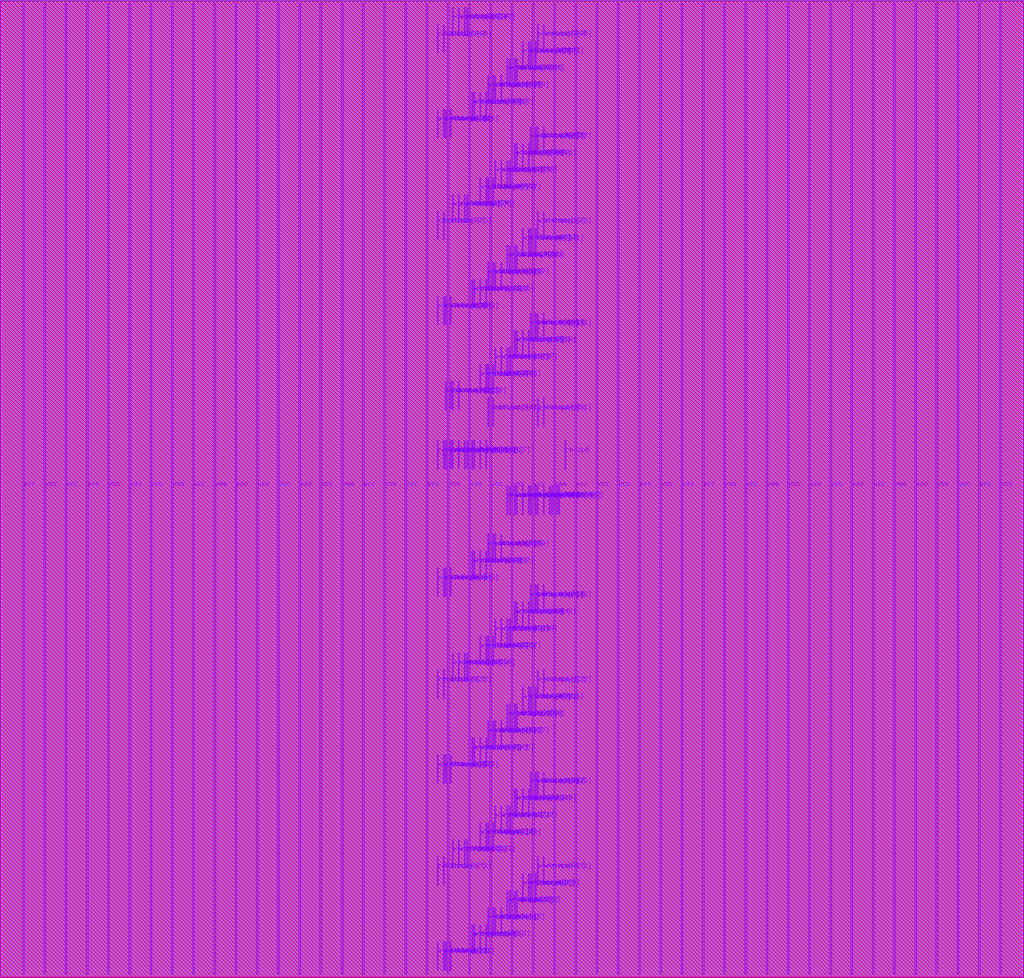
<source format=lef>
VERSION 5.8 ;
BUSBITCHARS "[]" ;
DIVIDERCHAR "/" ;

UNITS
  DATABASE MICRONS 4000 ;
END UNITS

MANUFACTURINGGRID 0.0005 ;

MACRO arf096b256e1r1w0cbbeheaa4acw
  CLASS BLOCK ;
  ORIGIN 0 0 ;
  FOREIGN arf096b256e1r1w0cbbeheaa4acw 0 0 ;
  SIZE 43.2 BY 41.28 ;
  PIN ckrdp0
    DIRECTION INPUT ;
    USE SIGNAL ;
    PORT
      LAYER m7 ;
        RECT 23.828 21.48 23.872 22.68 ;
    END
  END ckrdp0
  PIN ckwrp0
    DIRECTION INPUT ;
    USE SIGNAL ;
    PORT
      LAYER m7 ;
        RECT 21.384 19.56 21.428 20.76 ;
    END
  END ckwrp0
  PIN rdaddrp0[0]
    DIRECTION INPUT ;
    USE SIGNAL ;
    PORT
      LAYER m7 ;
        RECT 19.072 21.48 19.116 22.68 ;
    END
  END rdaddrp0[0]
  PIN rdaddrp0[1]
    DIRECTION INPUT ;
    USE SIGNAL ;
    PORT
      LAYER m7 ;
        RECT 19.328 21.48 19.372 22.68 ;
    END
  END rdaddrp0[1]
  PIN rdaddrp0[2]
    DIRECTION INPUT ;
    USE SIGNAL ;
    PORT
      LAYER m7 ;
        RECT 19.584 21.48 19.628 22.68 ;
    END
  END rdaddrp0[2]
  PIN rdaddrp0[3]
    DIRECTION INPUT ;
    USE SIGNAL ;
    PORT
      LAYER m7 ;
        RECT 19.672 21.48 19.716 22.68 ;
    END
  END rdaddrp0[3]
  PIN rdaddrp0[4]
    DIRECTION INPUT ;
    USE SIGNAL ;
    PORT
      LAYER m7 ;
        RECT 19.884 21.48 19.928 22.68 ;
    END
  END rdaddrp0[4]
  PIN rdaddrp0[5]
    DIRECTION INPUT ;
    USE SIGNAL ;
    PORT
      LAYER m7 ;
        RECT 19.972 21.48 20.016 22.68 ;
    END
  END rdaddrp0[5]
  PIN rdaddrp0[6]
    DIRECTION INPUT ;
    USE SIGNAL ;
    PORT
      LAYER m7 ;
        RECT 20.228 21.48 20.272 22.68 ;
    END
  END rdaddrp0[6]
  PIN rdaddrp0[7]
    DIRECTION INPUT ;
    USE SIGNAL ;
    PORT
      LAYER m7 ;
        RECT 20.484 21.48 20.528 22.68 ;
    END
  END rdaddrp0[7]
  PIN rdaddrp0_fd
    DIRECTION INPUT ;
    USE SIGNAL ;
    PORT
      LAYER m7 ;
        RECT 18.428 21.48 18.472 22.68 ;
    END
  END rdaddrp0_fd
  PIN rdaddrp0_rd
    DIRECTION INPUT ;
    USE SIGNAL ;
    PORT
      LAYER m7 ;
        RECT 18.684 21.48 18.728 22.68 ;
    END
  END rdaddrp0_rd
  PIN rddatap0[0]
    DIRECTION OUTPUT ;
    USE SIGNAL ;
    PORT
      LAYER m7 ;
        RECT 18.772 0.24 18.816 1.44 ;
    END
  END rddatap0[0]
  PIN rddatap0[10]
    DIRECTION OUTPUT ;
    USE SIGNAL ;
    PORT
      LAYER m7 ;
        RECT 18.428 3.84 18.472 5.04 ;
    END
  END rddatap0[10]
  PIN rddatap0[11]
    DIRECTION OUTPUT ;
    USE SIGNAL ;
    PORT
      LAYER m7 ;
        RECT 18.684 3.84 18.728 5.04 ;
    END
  END rddatap0[11]
  PIN rddatap0[12]
    DIRECTION OUTPUT ;
    USE SIGNAL ;
    PORT
      LAYER m7 ;
        RECT 19.584 4.56 19.628 5.76 ;
    END
  END rddatap0[12]
  PIN rddatap0[13]
    DIRECTION OUTPUT ;
    USE SIGNAL ;
    PORT
      LAYER m7 ;
        RECT 19.672 4.56 19.716 5.76 ;
    END
  END rddatap0[13]
  PIN rddatap0[14]
    DIRECTION OUTPUT ;
    USE SIGNAL ;
    PORT
      LAYER m7 ;
        RECT 20.572 5.28 20.616 6.48 ;
    END
  END rddatap0[14]
  PIN rddatap0[15]
    DIRECTION OUTPUT ;
    USE SIGNAL ;
    PORT
      LAYER m7 ;
        RECT 20.784 5.28 20.828 6.48 ;
    END
  END rddatap0[15]
  PIN rddatap0[16]
    DIRECTION OUTPUT ;
    USE SIGNAL ;
    PORT
      LAYER m7 ;
        RECT 21.384 6 21.428 7.2 ;
    END
  END rddatap0[16]
  PIN rddatap0[17]
    DIRECTION OUTPUT ;
    USE SIGNAL ;
    PORT
      LAYER m7 ;
        RECT 21.472 6 21.516 7.2 ;
    END
  END rddatap0[17]
  PIN rddatap0[18]
    DIRECTION OUTPUT ;
    USE SIGNAL ;
    PORT
      LAYER m7 ;
        RECT 22.028 6.72 22.072 7.92 ;
    END
  END rddatap0[18]
  PIN rddatap0[19]
    DIRECTION OUTPUT ;
    USE SIGNAL ;
    PORT
      LAYER m7 ;
        RECT 22.284 6.72 22.328 7.92 ;
    END
  END rddatap0[19]
  PIN rddatap0[1]
    DIRECTION OUTPUT ;
    USE SIGNAL ;
    PORT
      LAYER m7 ;
        RECT 18.984 0.24 19.028 1.44 ;
    END
  END rddatap0[1]
  PIN rddatap0[20]
    DIRECTION OUTPUT ;
    USE SIGNAL ;
    PORT
      LAYER m7 ;
        RECT 22.672 7.44 22.716 8.64 ;
    END
  END rddatap0[20]
  PIN rddatap0[21]
    DIRECTION OUTPUT ;
    USE SIGNAL ;
    PORT
      LAYER m7 ;
        RECT 22.928 7.44 22.972 8.64 ;
    END
  END rddatap0[21]
  PIN rddatap0[22]
    DIRECTION OUTPUT ;
    USE SIGNAL ;
    PORT
      LAYER m7 ;
        RECT 18.772 8.16 18.816 9.36 ;
    END
  END rddatap0[22]
  PIN rddatap0[23]
    DIRECTION OUTPUT ;
    USE SIGNAL ;
    PORT
      LAYER m7 ;
        RECT 18.984 8.16 19.028 9.36 ;
    END
  END rddatap0[23]
  PIN rddatap0[24]
    DIRECTION OUTPUT ;
    USE SIGNAL ;
    PORT
      LAYER m7 ;
        RECT 20.228 8.88 20.272 10.08 ;
    END
  END rddatap0[24]
  PIN rddatap0[25]
    DIRECTION OUTPUT ;
    USE SIGNAL ;
    PORT
      LAYER m7 ;
        RECT 20.484 8.88 20.528 10.08 ;
    END
  END rddatap0[25]
  PIN rddatap0[26]
    DIRECTION OUTPUT ;
    USE SIGNAL ;
    PORT
      LAYER m7 ;
        RECT 20.872 9.6 20.916 10.8 ;
    END
  END rddatap0[26]
  PIN rddatap0[27]
    DIRECTION OUTPUT ;
    USE SIGNAL ;
    PORT
      LAYER m7 ;
        RECT 21.128 9.6 21.172 10.8 ;
    END
  END rddatap0[27]
  PIN rddatap0[28]
    DIRECTION OUTPUT ;
    USE SIGNAL ;
    PORT
      LAYER m7 ;
        RECT 21.684 10.32 21.728 11.52 ;
    END
  END rddatap0[28]
  PIN rddatap0[29]
    DIRECTION OUTPUT ;
    USE SIGNAL ;
    PORT
      LAYER m7 ;
        RECT 21.772 10.32 21.816 11.52 ;
    END
  END rddatap0[29]
  PIN rddatap0[2]
    DIRECTION OUTPUT ;
    USE SIGNAL ;
    PORT
      LAYER m7 ;
        RECT 20.228 0.96 20.272 2.16 ;
    END
  END rddatap0[2]
  PIN rddatap0[30]
    DIRECTION OUTPUT ;
    USE SIGNAL ;
    PORT
      LAYER m7 ;
        RECT 22.372 11.04 22.416 12.24 ;
    END
  END rddatap0[30]
  PIN rddatap0[31]
    DIRECTION OUTPUT ;
    USE SIGNAL ;
    PORT
      LAYER m7 ;
        RECT 22.584 11.04 22.628 12.24 ;
    END
  END rddatap0[31]
  PIN rddatap0[32]
    DIRECTION OUTPUT ;
    USE SIGNAL ;
    PORT
      LAYER m7 ;
        RECT 18.428 11.76 18.472 12.96 ;
    END
  END rddatap0[32]
  PIN rddatap0[33]
    DIRECTION OUTPUT ;
    USE SIGNAL ;
    PORT
      LAYER m7 ;
        RECT 18.684 11.76 18.728 12.96 ;
    END
  END rddatap0[33]
  PIN rddatap0[34]
    DIRECTION OUTPUT ;
    USE SIGNAL ;
    PORT
      LAYER m7 ;
        RECT 19.584 12.48 19.628 13.68 ;
    END
  END rddatap0[34]
  PIN rddatap0[35]
    DIRECTION OUTPUT ;
    USE SIGNAL ;
    PORT
      LAYER m7 ;
        RECT 19.672 12.48 19.716 13.68 ;
    END
  END rddatap0[35]
  PIN rddatap0[36]
    DIRECTION OUTPUT ;
    USE SIGNAL ;
    PORT
      LAYER m7 ;
        RECT 20.572 13.2 20.616 14.4 ;
    END
  END rddatap0[36]
  PIN rddatap0[37]
    DIRECTION OUTPUT ;
    USE SIGNAL ;
    PORT
      LAYER m7 ;
        RECT 20.784 13.2 20.828 14.4 ;
    END
  END rddatap0[37]
  PIN rddatap0[38]
    DIRECTION OUTPUT ;
    USE SIGNAL ;
    PORT
      LAYER m7 ;
        RECT 21.384 13.92 21.428 15.12 ;
    END
  END rddatap0[38]
  PIN rddatap0[39]
    DIRECTION OUTPUT ;
    USE SIGNAL ;
    PORT
      LAYER m7 ;
        RECT 21.472 13.92 21.516 15.12 ;
    END
  END rddatap0[39]
  PIN rddatap0[3]
    DIRECTION OUTPUT ;
    USE SIGNAL ;
    PORT
      LAYER m7 ;
        RECT 20.484 0.96 20.528 2.16 ;
    END
  END rddatap0[3]
  PIN rddatap0[40]
    DIRECTION OUTPUT ;
    USE SIGNAL ;
    PORT
      LAYER m7 ;
        RECT 22.028 14.64 22.072 15.84 ;
    END
  END rddatap0[40]
  PIN rddatap0[41]
    DIRECTION OUTPUT ;
    USE SIGNAL ;
    PORT
      LAYER m7 ;
        RECT 22.284 14.64 22.328 15.84 ;
    END
  END rddatap0[41]
  PIN rddatap0[42]
    DIRECTION OUTPUT ;
    USE SIGNAL ;
    PORT
      LAYER m7 ;
        RECT 22.672 15.36 22.716 16.56 ;
    END
  END rddatap0[42]
  PIN rddatap0[43]
    DIRECTION OUTPUT ;
    USE SIGNAL ;
    PORT
      LAYER m7 ;
        RECT 22.928 15.36 22.972 16.56 ;
    END
  END rddatap0[43]
  PIN rddatap0[44]
    DIRECTION OUTPUT ;
    USE SIGNAL ;
    PORT
      LAYER m7 ;
        RECT 18.772 16.08 18.816 17.28 ;
    END
  END rddatap0[44]
  PIN rddatap0[45]
    DIRECTION OUTPUT ;
    USE SIGNAL ;
    PORT
      LAYER m7 ;
        RECT 18.984 16.08 19.028 17.28 ;
    END
  END rddatap0[45]
  PIN rddatap0[46]
    DIRECTION OUTPUT ;
    USE SIGNAL ;
    PORT
      LAYER m7 ;
        RECT 20.228 16.8 20.272 18 ;
    END
  END rddatap0[46]
  PIN rddatap0[47]
    DIRECTION OUTPUT ;
    USE SIGNAL ;
    PORT
      LAYER m7 ;
        RECT 20.484 16.8 20.528 18 ;
    END
  END rddatap0[47]
  PIN rddatap0[48]
    DIRECTION OUTPUT ;
    USE SIGNAL ;
    PORT
      LAYER m7 ;
        RECT 20.872 17.52 20.916 18.72 ;
    END
  END rddatap0[48]
  PIN rddatap0[49]
    DIRECTION OUTPUT ;
    USE SIGNAL ;
    PORT
      LAYER m7 ;
        RECT 21.128 17.52 21.172 18.72 ;
    END
  END rddatap0[49]
  PIN rddatap0[4]
    DIRECTION OUTPUT ;
    USE SIGNAL ;
    PORT
      LAYER m7 ;
        RECT 20.872 1.68 20.916 2.88 ;
    END
  END rddatap0[4]
  PIN rddatap0[50]
    DIRECTION OUTPUT ;
    USE SIGNAL ;
    PORT
      LAYER m7 ;
        RECT 20.572 23.28 20.616 24.48 ;
    END
  END rddatap0[50]
  PIN rddatap0[51]
    DIRECTION OUTPUT ;
    USE SIGNAL ;
    PORT
      LAYER m7 ;
        RECT 20.784 23.28 20.828 24.48 ;
    END
  END rddatap0[51]
  PIN rddatap0[52]
    DIRECTION OUTPUT ;
    USE SIGNAL ;
    PORT
      LAYER m7 ;
        RECT 19.072 24 19.116 25.2 ;
    END
  END rddatap0[52]
  PIN rddatap0[53]
    DIRECTION OUTPUT ;
    USE SIGNAL ;
    PORT
      LAYER m7 ;
        RECT 19.328 24 19.372 25.2 ;
    END
  END rddatap0[53]
  PIN rddatap0[54]
    DIRECTION OUTPUT ;
    USE SIGNAL ;
    PORT
      LAYER m7 ;
        RECT 20.572 24.72 20.616 25.92 ;
    END
  END rddatap0[54]
  PIN rddatap0[55]
    DIRECTION OUTPUT ;
    USE SIGNAL ;
    PORT
      LAYER m7 ;
        RECT 20.784 24.72 20.828 25.92 ;
    END
  END rddatap0[55]
  PIN rddatap0[56]
    DIRECTION OUTPUT ;
    USE SIGNAL ;
    PORT
      LAYER m7 ;
        RECT 21.384 25.44 21.428 26.64 ;
    END
  END rddatap0[56]
  PIN rddatap0[57]
    DIRECTION OUTPUT ;
    USE SIGNAL ;
    PORT
      LAYER m7 ;
        RECT 21.472 25.44 21.516 26.64 ;
    END
  END rddatap0[57]
  PIN rddatap0[58]
    DIRECTION OUTPUT ;
    USE SIGNAL ;
    PORT
      LAYER m7 ;
        RECT 22.028 26.16 22.072 27.36 ;
    END
  END rddatap0[58]
  PIN rddatap0[59]
    DIRECTION OUTPUT ;
    USE SIGNAL ;
    PORT
      LAYER m7 ;
        RECT 22.284 26.16 22.328 27.36 ;
    END
  END rddatap0[59]
  PIN rddatap0[5]
    DIRECTION OUTPUT ;
    USE SIGNAL ;
    PORT
      LAYER m7 ;
        RECT 21.128 1.68 21.172 2.88 ;
    END
  END rddatap0[5]
  PIN rddatap0[60]
    DIRECTION OUTPUT ;
    USE SIGNAL ;
    PORT
      LAYER m7 ;
        RECT 22.672 26.88 22.716 28.08 ;
    END
  END rddatap0[60]
  PIN rddatap0[61]
    DIRECTION OUTPUT ;
    USE SIGNAL ;
    PORT
      LAYER m7 ;
        RECT 22.928 26.88 22.972 28.08 ;
    END
  END rddatap0[61]
  PIN rddatap0[62]
    DIRECTION OUTPUT ;
    USE SIGNAL ;
    PORT
      LAYER m7 ;
        RECT 18.772 27.6 18.816 28.8 ;
    END
  END rddatap0[62]
  PIN rddatap0[63]
    DIRECTION OUTPUT ;
    USE SIGNAL ;
    PORT
      LAYER m7 ;
        RECT 18.984 27.6 19.028 28.8 ;
    END
  END rddatap0[63]
  PIN rddatap0[64]
    DIRECTION OUTPUT ;
    USE SIGNAL ;
    PORT
      LAYER m7 ;
        RECT 20.228 28.32 20.272 29.52 ;
    END
  END rddatap0[64]
  PIN rddatap0[65]
    DIRECTION OUTPUT ;
    USE SIGNAL ;
    PORT
      LAYER m7 ;
        RECT 20.484 28.32 20.528 29.52 ;
    END
  END rddatap0[65]
  PIN rddatap0[66]
    DIRECTION OUTPUT ;
    USE SIGNAL ;
    PORT
      LAYER m7 ;
        RECT 20.872 29.04 20.916 30.24 ;
    END
  END rddatap0[66]
  PIN rddatap0[67]
    DIRECTION OUTPUT ;
    USE SIGNAL ;
    PORT
      LAYER m7 ;
        RECT 21.128 29.04 21.172 30.24 ;
    END
  END rddatap0[67]
  PIN rddatap0[68]
    DIRECTION OUTPUT ;
    USE SIGNAL ;
    PORT
      LAYER m7 ;
        RECT 21.684 29.76 21.728 30.96 ;
    END
  END rddatap0[68]
  PIN rddatap0[69]
    DIRECTION OUTPUT ;
    USE SIGNAL ;
    PORT
      LAYER m7 ;
        RECT 21.772 29.76 21.816 30.96 ;
    END
  END rddatap0[69]
  PIN rddatap0[6]
    DIRECTION OUTPUT ;
    USE SIGNAL ;
    PORT
      LAYER m7 ;
        RECT 21.684 2.4 21.728 3.6 ;
    END
  END rddatap0[6]
  PIN rddatap0[70]
    DIRECTION OUTPUT ;
    USE SIGNAL ;
    PORT
      LAYER m7 ;
        RECT 22.372 30.48 22.416 31.68 ;
    END
  END rddatap0[70]
  PIN rddatap0[71]
    DIRECTION OUTPUT ;
    USE SIGNAL ;
    PORT
      LAYER m7 ;
        RECT 22.584 30.48 22.628 31.68 ;
    END
  END rddatap0[71]
  PIN rddatap0[72]
    DIRECTION OUTPUT ;
    USE SIGNAL ;
    PORT
      LAYER m7 ;
        RECT 18.428 31.2 18.472 32.4 ;
    END
  END rddatap0[72]
  PIN rddatap0[73]
    DIRECTION OUTPUT ;
    USE SIGNAL ;
    PORT
      LAYER m7 ;
        RECT 18.684 31.2 18.728 32.4 ;
    END
  END rddatap0[73]
  PIN rddatap0[74]
    DIRECTION OUTPUT ;
    USE SIGNAL ;
    PORT
      LAYER m7 ;
        RECT 19.584 31.92 19.628 33.12 ;
    END
  END rddatap0[74]
  PIN rddatap0[75]
    DIRECTION OUTPUT ;
    USE SIGNAL ;
    PORT
      LAYER m7 ;
        RECT 19.672 31.92 19.716 33.12 ;
    END
  END rddatap0[75]
  PIN rddatap0[76]
    DIRECTION OUTPUT ;
    USE SIGNAL ;
    PORT
      LAYER m7 ;
        RECT 20.572 32.64 20.616 33.84 ;
    END
  END rddatap0[76]
  PIN rddatap0[77]
    DIRECTION OUTPUT ;
    USE SIGNAL ;
    PORT
      LAYER m7 ;
        RECT 20.784 32.64 20.828 33.84 ;
    END
  END rddatap0[77]
  PIN rddatap0[78]
    DIRECTION OUTPUT ;
    USE SIGNAL ;
    PORT
      LAYER m7 ;
        RECT 21.384 33.36 21.428 34.56 ;
    END
  END rddatap0[78]
  PIN rddatap0[79]
    DIRECTION OUTPUT ;
    USE SIGNAL ;
    PORT
      LAYER m7 ;
        RECT 21.472 33.36 21.516 34.56 ;
    END
  END rddatap0[79]
  PIN rddatap0[7]
    DIRECTION OUTPUT ;
    USE SIGNAL ;
    PORT
      LAYER m7 ;
        RECT 21.772 2.4 21.816 3.6 ;
    END
  END rddatap0[7]
  PIN rddatap0[80]
    DIRECTION OUTPUT ;
    USE SIGNAL ;
    PORT
      LAYER m7 ;
        RECT 22.028 34.08 22.072 35.28 ;
    END
  END rddatap0[80]
  PIN rddatap0[81]
    DIRECTION OUTPUT ;
    USE SIGNAL ;
    PORT
      LAYER m7 ;
        RECT 22.284 34.08 22.328 35.28 ;
    END
  END rddatap0[81]
  PIN rddatap0[82]
    DIRECTION OUTPUT ;
    USE SIGNAL ;
    PORT
      LAYER m7 ;
        RECT 22.672 34.8 22.716 36 ;
    END
  END rddatap0[82]
  PIN rddatap0[83]
    DIRECTION OUTPUT ;
    USE SIGNAL ;
    PORT
      LAYER m7 ;
        RECT 22.928 34.8 22.972 36 ;
    END
  END rddatap0[83]
  PIN rddatap0[84]
    DIRECTION OUTPUT ;
    USE SIGNAL ;
    PORT
      LAYER m7 ;
        RECT 18.772 35.52 18.816 36.72 ;
    END
  END rddatap0[84]
  PIN rddatap0[85]
    DIRECTION OUTPUT ;
    USE SIGNAL ;
    PORT
      LAYER m7 ;
        RECT 18.984 35.52 19.028 36.72 ;
    END
  END rddatap0[85]
  PIN rddatap0[86]
    DIRECTION OUTPUT ;
    USE SIGNAL ;
    PORT
      LAYER m7 ;
        RECT 20.228 36.24 20.272 37.44 ;
    END
  END rddatap0[86]
  PIN rddatap0[87]
    DIRECTION OUTPUT ;
    USE SIGNAL ;
    PORT
      LAYER m7 ;
        RECT 20.484 36.24 20.528 37.44 ;
    END
  END rddatap0[87]
  PIN rddatap0[88]
    DIRECTION OUTPUT ;
    USE SIGNAL ;
    PORT
      LAYER m7 ;
        RECT 20.872 36.96 20.916 38.16 ;
    END
  END rddatap0[88]
  PIN rddatap0[89]
    DIRECTION OUTPUT ;
    USE SIGNAL ;
    PORT
      LAYER m7 ;
        RECT 21.128 36.96 21.172 38.16 ;
    END
  END rddatap0[89]
  PIN rddatap0[8]
    DIRECTION OUTPUT ;
    USE SIGNAL ;
    PORT
      LAYER m7 ;
        RECT 22.372 3.12 22.416 4.32 ;
    END
  END rddatap0[8]
  PIN rddatap0[90]
    DIRECTION OUTPUT ;
    USE SIGNAL ;
    PORT
      LAYER m7 ;
        RECT 21.684 37.68 21.728 38.88 ;
    END
  END rddatap0[90]
  PIN rddatap0[91]
    DIRECTION OUTPUT ;
    USE SIGNAL ;
    PORT
      LAYER m7 ;
        RECT 21.772 37.68 21.816 38.88 ;
    END
  END rddatap0[91]
  PIN rddatap0[92]
    DIRECTION OUTPUT ;
    USE SIGNAL ;
    PORT
      LAYER m7 ;
        RECT 22.372 38.4 22.416 39.6 ;
    END
  END rddatap0[92]
  PIN rddatap0[93]
    DIRECTION OUTPUT ;
    USE SIGNAL ;
    PORT
      LAYER m7 ;
        RECT 22.584 38.4 22.628 39.6 ;
    END
  END rddatap0[93]
  PIN rddatap0[94]
    DIRECTION OUTPUT ;
    USE SIGNAL ;
    PORT
      LAYER m7 ;
        RECT 18.428 39.12 18.472 40.32 ;
    END
  END rddatap0[94]
  PIN rddatap0[95]
    DIRECTION OUTPUT ;
    USE SIGNAL ;
    PORT
      LAYER m7 ;
        RECT 18.684 39.12 18.728 40.32 ;
    END
  END rddatap0[95]
  PIN rddatap0[96]
    DIRECTION OUTPUT ;
    USE SIGNAL ;
    PORT
      LAYER m7 ;
        RECT 19.584 39.84 19.628 41.04 ;
    END
  END rddatap0[96]
  PIN rddatap0[97]
    DIRECTION OUTPUT ;
    USE SIGNAL ;
    PORT
      LAYER m7 ;
        RECT 19.672 39.84 19.716 41.04 ;
    END
  END rddatap0[97]
  PIN rddatap0[9]
    DIRECTION OUTPUT ;
    USE SIGNAL ;
    PORT
      LAYER m7 ;
        RECT 22.584 3.12 22.628 4.32 ;
    END
  END rddatap0[9]
  PIN rdenp0
    DIRECTION INPUT ;
    USE SIGNAL ;
    PORT
      LAYER m7 ;
        RECT 18.772 21.48 18.816 22.68 ;
    END
  END rdenp0
  PIN sdl_initp0
    DIRECTION INPUT ;
    USE SIGNAL ;
    PORT
      LAYER m7 ;
        RECT 18.984 21.48 19.028 22.68 ;
    END
  END sdl_initp0
  PIN vcc
    DIRECTION INPUT ;
    USE POWER ;
    PORT
      LAYER m7 ;
        RECT 42.262 0.06 42.338 41.22 ;
    END
    PORT
      LAYER m7 ;
        RECT 40.462 0.06 40.538 41.22 ;
    END
    PORT
      LAYER m7 ;
        RECT 38.662 0.06 38.738 41.22 ;
    END
    PORT
      LAYER m7 ;
        RECT 36.862 0.06 36.938 41.22 ;
    END
    PORT
      LAYER m7 ;
        RECT 35.062 0.06 35.138 41.22 ;
    END
    PORT
      LAYER m7 ;
        RECT 33.262 0.06 33.338 41.22 ;
    END
    PORT
      LAYER m7 ;
        RECT 31.462 0.06 31.538 41.22 ;
    END
    PORT
      LAYER m7 ;
        RECT 29.662 0.06 29.738 41.22 ;
    END
    PORT
      LAYER m7 ;
        RECT 27.862 0.06 27.938 41.22 ;
    END
    PORT
      LAYER m7 ;
        RECT 26.062 0.06 26.138 41.22 ;
    END
    PORT
      LAYER m7 ;
        RECT 24.262 0.06 24.338 41.22 ;
    END
    PORT
      LAYER m7 ;
        RECT 22.462 0.06 22.538 41.22 ;
    END
    PORT
      LAYER m7 ;
        RECT 20.662 0.06 20.738 41.22 ;
    END
    PORT
      LAYER m7 ;
        RECT 18.862 0.06 18.938 41.22 ;
    END
    PORT
      LAYER m7 ;
        RECT 17.062 0.06 17.138 41.22 ;
    END
    PORT
      LAYER m7 ;
        RECT 15.262 0.06 15.338 41.22 ;
    END
    PORT
      LAYER m7 ;
        RECT 13.462 0.06 13.538 41.22 ;
    END
    PORT
      LAYER m7 ;
        RECT 11.662 0.06 11.738 41.22 ;
    END
    PORT
      LAYER m7 ;
        RECT 9.862 0.06 9.938 41.22 ;
    END
    PORT
      LAYER m7 ;
        RECT 8.062 0.06 8.138 41.22 ;
    END
    PORT
      LAYER m7 ;
        RECT 6.262 0.06 6.338 41.22 ;
    END
    PORT
      LAYER m7 ;
        RECT 4.462 0.06 4.538 41.22 ;
    END
    PORT
      LAYER m7 ;
        RECT 2.662 0.06 2.738 41.22 ;
    END
    PORT
      LAYER m7 ;
        RECT 0.862 0.06 0.938 41.22 ;
    END
  END vcc
  PIN vss
    DIRECTION INOUT ;
    USE GROUND ;
    PORT
      LAYER m7 ;
        RECT 41.362 0.06 41.438 41.22 ;
    END
    PORT
      LAYER m7 ;
        RECT 39.562 0.06 39.638 41.22 ;
    END
    PORT
      LAYER m7 ;
        RECT 37.762 0.06 37.838 41.22 ;
    END
    PORT
      LAYER m7 ;
        RECT 35.962 0.06 36.038 41.22 ;
    END
    PORT
      LAYER m7 ;
        RECT 34.162 0.06 34.238 41.22 ;
    END
    PORT
      LAYER m7 ;
        RECT 32.362 0.06 32.438 41.22 ;
    END
    PORT
      LAYER m7 ;
        RECT 30.562 0.06 30.638 41.22 ;
    END
    PORT
      LAYER m7 ;
        RECT 28.762 0.06 28.838 41.22 ;
    END
    PORT
      LAYER m7 ;
        RECT 26.962 0.06 27.038 41.22 ;
    END
    PORT
      LAYER m7 ;
        RECT 25.162 0.06 25.238 41.22 ;
    END
    PORT
      LAYER m7 ;
        RECT 23.362 0.06 23.438 41.22 ;
    END
    PORT
      LAYER m7 ;
        RECT 21.562 0.06 21.638 41.22 ;
    END
    PORT
      LAYER m7 ;
        RECT 19.762 0.06 19.838 41.22 ;
    END
    PORT
      LAYER m7 ;
        RECT 17.962 0.06 18.038 41.22 ;
    END
    PORT
      LAYER m7 ;
        RECT 16.162 0.06 16.238 41.22 ;
    END
    PORT
      LAYER m7 ;
        RECT 14.362 0.06 14.438 41.22 ;
    END
    PORT
      LAYER m7 ;
        RECT 12.562 0.06 12.638 41.22 ;
    END
    PORT
      LAYER m7 ;
        RECT 10.762 0.06 10.838 41.22 ;
    END
    PORT
      LAYER m7 ;
        RECT 8.962 0.06 9.038 41.22 ;
    END
    PORT
      LAYER m7 ;
        RECT 7.162 0.06 7.238 41.22 ;
    END
    PORT
      LAYER m7 ;
        RECT 5.362 0.06 5.438 41.22 ;
    END
    PORT
      LAYER m7 ;
        RECT 3.562 0.06 3.638 41.22 ;
    END
    PORT
      LAYER m7 ;
        RECT 1.762 0.06 1.838 41.22 ;
    END
  END vss
  PIN wraddrp0[0]
    DIRECTION INPUT ;
    USE SIGNAL ;
    PORT
      LAYER m7 ;
        RECT 22.372 19.56 22.416 20.76 ;
    END
  END wraddrp0[0]
  PIN wraddrp0[1]
    DIRECTION INPUT ;
    USE SIGNAL ;
    PORT
      LAYER m7 ;
        RECT 22.584 19.56 22.628 20.76 ;
    END
  END wraddrp0[1]
  PIN wraddrp0[2]
    DIRECTION INPUT ;
    USE SIGNAL ;
    PORT
      LAYER m7 ;
        RECT 22.672 19.56 22.716 20.76 ;
    END
  END wraddrp0[2]
  PIN wraddrp0[3]
    DIRECTION INPUT ;
    USE SIGNAL ;
    PORT
      LAYER m7 ;
        RECT 22.928 19.56 22.972 20.76 ;
    END
  END wraddrp0[3]
  PIN wraddrp0[4]
    DIRECTION INPUT ;
    USE SIGNAL ;
    PORT
      LAYER m7 ;
        RECT 23.184 19.56 23.228 20.76 ;
    END
  END wraddrp0[4]
  PIN wraddrp0[5]
    DIRECTION INPUT ;
    USE SIGNAL ;
    PORT
      LAYER m7 ;
        RECT 23.272 19.56 23.316 20.76 ;
    END
  END wraddrp0[5]
  PIN wraddrp0[6]
    DIRECTION INPUT ;
    USE SIGNAL ;
    PORT
      LAYER m7 ;
        RECT 23.484 19.56 23.528 20.76 ;
    END
  END wraddrp0[6]
  PIN wraddrp0[7]
    DIRECTION INPUT ;
    USE SIGNAL ;
    PORT
      LAYER m7 ;
        RECT 23.572 19.56 23.616 20.76 ;
    END
  END wraddrp0[7]
  PIN wraddrp0_fd
    DIRECTION INPUT ;
    USE SIGNAL ;
    PORT
      LAYER m7 ;
        RECT 21.472 19.56 21.516 20.76 ;
    END
  END wraddrp0_fd
  PIN wraddrp0_rd
    DIRECTION INPUT ;
    USE SIGNAL ;
    PORT
      LAYER m7 ;
        RECT 21.684 19.56 21.728 20.76 ;
    END
  END wraddrp0_rd
  PIN wrdatap0[0]
    DIRECTION INPUT ;
    USE SIGNAL ;
    PORT
      LAYER m7 ;
        RECT 18.428 0.24 18.472 1.44 ;
    END
  END wrdatap0[0]
  PIN wrdatap0[10]
    DIRECTION INPUT ;
    USE SIGNAL ;
    PORT
      LAYER m7 ;
        RECT 22.672 3.84 22.716 5.04 ;
    END
  END wrdatap0[10]
  PIN wrdatap0[11]
    DIRECTION INPUT ;
    USE SIGNAL ;
    PORT
      LAYER m7 ;
        RECT 22.928 3.84 22.972 5.04 ;
    END
  END wrdatap0[11]
  PIN wrdatap0[12]
    DIRECTION INPUT ;
    USE SIGNAL ;
    PORT
      LAYER m7 ;
        RECT 19.072 4.56 19.116 5.76 ;
    END
  END wrdatap0[12]
  PIN wrdatap0[13]
    DIRECTION INPUT ;
    USE SIGNAL ;
    PORT
      LAYER m7 ;
        RECT 19.328 4.56 19.372 5.76 ;
    END
  END wrdatap0[13]
  PIN wrdatap0[14]
    DIRECTION INPUT ;
    USE SIGNAL ;
    PORT
      LAYER m7 ;
        RECT 20.228 5.28 20.272 6.48 ;
    END
  END wrdatap0[14]
  PIN wrdatap0[15]
    DIRECTION INPUT ;
    USE SIGNAL ;
    PORT
      LAYER m7 ;
        RECT 20.484 5.28 20.528 6.48 ;
    END
  END wrdatap0[15]
  PIN wrdatap0[16]
    DIRECTION INPUT ;
    USE SIGNAL ;
    PORT
      LAYER m7 ;
        RECT 20.872 6 20.916 7.2 ;
    END
  END wrdatap0[16]
  PIN wrdatap0[17]
    DIRECTION INPUT ;
    USE SIGNAL ;
    PORT
      LAYER m7 ;
        RECT 21.128 6 21.172 7.2 ;
    END
  END wrdatap0[17]
  PIN wrdatap0[18]
    DIRECTION INPUT ;
    USE SIGNAL ;
    PORT
      LAYER m7 ;
        RECT 21.684 6.72 21.728 7.92 ;
    END
  END wrdatap0[18]
  PIN wrdatap0[19]
    DIRECTION INPUT ;
    USE SIGNAL ;
    PORT
      LAYER m7 ;
        RECT 21.772 6.72 21.816 7.92 ;
    END
  END wrdatap0[19]
  PIN wrdatap0[1]
    DIRECTION INPUT ;
    USE SIGNAL ;
    PORT
      LAYER m7 ;
        RECT 18.684 0.24 18.728 1.44 ;
    END
  END wrdatap0[1]
  PIN wrdatap0[20]
    DIRECTION INPUT ;
    USE SIGNAL ;
    PORT
      LAYER m7 ;
        RECT 22.372 7.44 22.416 8.64 ;
    END
  END wrdatap0[20]
  PIN wrdatap0[21]
    DIRECTION INPUT ;
    USE SIGNAL ;
    PORT
      LAYER m7 ;
        RECT 22.584 7.44 22.628 8.64 ;
    END
  END wrdatap0[21]
  PIN wrdatap0[22]
    DIRECTION INPUT ;
    USE SIGNAL ;
    PORT
      LAYER m7 ;
        RECT 18.428 8.16 18.472 9.36 ;
    END
  END wrdatap0[22]
  PIN wrdatap0[23]
    DIRECTION INPUT ;
    USE SIGNAL ;
    PORT
      LAYER m7 ;
        RECT 18.684 8.16 18.728 9.36 ;
    END
  END wrdatap0[23]
  PIN wrdatap0[24]
    DIRECTION INPUT ;
    USE SIGNAL ;
    PORT
      LAYER m7 ;
        RECT 19.884 8.88 19.928 10.08 ;
    END
  END wrdatap0[24]
  PIN wrdatap0[25]
    DIRECTION INPUT ;
    USE SIGNAL ;
    PORT
      LAYER m7 ;
        RECT 19.972 8.88 20.016 10.08 ;
    END
  END wrdatap0[25]
  PIN wrdatap0[26]
    DIRECTION INPUT ;
    USE SIGNAL ;
    PORT
      LAYER m7 ;
        RECT 20.572 9.6 20.616 10.8 ;
    END
  END wrdatap0[26]
  PIN wrdatap0[27]
    DIRECTION INPUT ;
    USE SIGNAL ;
    PORT
      LAYER m7 ;
        RECT 20.784 9.6 20.828 10.8 ;
    END
  END wrdatap0[27]
  PIN wrdatap0[28]
    DIRECTION INPUT ;
    USE SIGNAL ;
    PORT
      LAYER m7 ;
        RECT 21.384 10.32 21.428 11.52 ;
    END
  END wrdatap0[28]
  PIN wrdatap0[29]
    DIRECTION INPUT ;
    USE SIGNAL ;
    PORT
      LAYER m7 ;
        RECT 21.472 10.32 21.516 11.52 ;
    END
  END wrdatap0[29]
  PIN wrdatap0[2]
    DIRECTION INPUT ;
    USE SIGNAL ;
    PORT
      LAYER m7 ;
        RECT 19.884 0.96 19.928 2.16 ;
    END
  END wrdatap0[2]
  PIN wrdatap0[30]
    DIRECTION INPUT ;
    USE SIGNAL ;
    PORT
      LAYER m7 ;
        RECT 22.028 11.04 22.072 12.24 ;
    END
  END wrdatap0[30]
  PIN wrdatap0[31]
    DIRECTION INPUT ;
    USE SIGNAL ;
    PORT
      LAYER m7 ;
        RECT 22.284 11.04 22.328 12.24 ;
    END
  END wrdatap0[31]
  PIN wrdatap0[32]
    DIRECTION INPUT ;
    USE SIGNAL ;
    PORT
      LAYER m7 ;
        RECT 22.672 11.76 22.716 12.96 ;
    END
  END wrdatap0[32]
  PIN wrdatap0[33]
    DIRECTION INPUT ;
    USE SIGNAL ;
    PORT
      LAYER m7 ;
        RECT 22.928 11.76 22.972 12.96 ;
    END
  END wrdatap0[33]
  PIN wrdatap0[34]
    DIRECTION INPUT ;
    USE SIGNAL ;
    PORT
      LAYER m7 ;
        RECT 19.072 12.48 19.116 13.68 ;
    END
  END wrdatap0[34]
  PIN wrdatap0[35]
    DIRECTION INPUT ;
    USE SIGNAL ;
    PORT
      LAYER m7 ;
        RECT 19.328 12.48 19.372 13.68 ;
    END
  END wrdatap0[35]
  PIN wrdatap0[36]
    DIRECTION INPUT ;
    USE SIGNAL ;
    PORT
      LAYER m7 ;
        RECT 20.228 13.2 20.272 14.4 ;
    END
  END wrdatap0[36]
  PIN wrdatap0[37]
    DIRECTION INPUT ;
    USE SIGNAL ;
    PORT
      LAYER m7 ;
        RECT 20.484 13.2 20.528 14.4 ;
    END
  END wrdatap0[37]
  PIN wrdatap0[38]
    DIRECTION INPUT ;
    USE SIGNAL ;
    PORT
      LAYER m7 ;
        RECT 20.872 13.92 20.916 15.12 ;
    END
  END wrdatap0[38]
  PIN wrdatap0[39]
    DIRECTION INPUT ;
    USE SIGNAL ;
    PORT
      LAYER m7 ;
        RECT 21.128 13.92 21.172 15.12 ;
    END
  END wrdatap0[39]
  PIN wrdatap0[3]
    DIRECTION INPUT ;
    USE SIGNAL ;
    PORT
      LAYER m7 ;
        RECT 19.972 0.96 20.016 2.16 ;
    END
  END wrdatap0[3]
  PIN wrdatap0[40]
    DIRECTION INPUT ;
    USE SIGNAL ;
    PORT
      LAYER m7 ;
        RECT 21.684 14.64 21.728 15.84 ;
    END
  END wrdatap0[40]
  PIN wrdatap0[41]
    DIRECTION INPUT ;
    USE SIGNAL ;
    PORT
      LAYER m7 ;
        RECT 21.772 14.64 21.816 15.84 ;
    END
  END wrdatap0[41]
  PIN wrdatap0[42]
    DIRECTION INPUT ;
    USE SIGNAL ;
    PORT
      LAYER m7 ;
        RECT 22.372 15.36 22.416 16.56 ;
    END
  END wrdatap0[42]
  PIN wrdatap0[43]
    DIRECTION INPUT ;
    USE SIGNAL ;
    PORT
      LAYER m7 ;
        RECT 22.584 15.36 22.628 16.56 ;
    END
  END wrdatap0[43]
  PIN wrdatap0[44]
    DIRECTION INPUT ;
    USE SIGNAL ;
    PORT
      LAYER m7 ;
        RECT 18.428 16.08 18.472 17.28 ;
    END
  END wrdatap0[44]
  PIN wrdatap0[45]
    DIRECTION INPUT ;
    USE SIGNAL ;
    PORT
      LAYER m7 ;
        RECT 18.684 16.08 18.728 17.28 ;
    END
  END wrdatap0[45]
  PIN wrdatap0[46]
    DIRECTION INPUT ;
    USE SIGNAL ;
    PORT
      LAYER m7 ;
        RECT 19.884 16.8 19.928 18 ;
    END
  END wrdatap0[46]
  PIN wrdatap0[47]
    DIRECTION INPUT ;
    USE SIGNAL ;
    PORT
      LAYER m7 ;
        RECT 19.972 16.8 20.016 18 ;
    END
  END wrdatap0[47]
  PIN wrdatap0[48]
    DIRECTION INPUT ;
    USE SIGNAL ;
    PORT
      LAYER m7 ;
        RECT 20.572 17.52 20.616 18.72 ;
    END
  END wrdatap0[48]
  PIN wrdatap0[49]
    DIRECTION INPUT ;
    USE SIGNAL ;
    PORT
      LAYER m7 ;
        RECT 20.784 17.52 20.828 18.72 ;
    END
  END wrdatap0[49]
  PIN wrdatap0[4]
    DIRECTION INPUT ;
    USE SIGNAL ;
    PORT
      LAYER m7 ;
        RECT 20.572 1.68 20.616 2.88 ;
    END
  END wrdatap0[4]
  PIN wrdatap0[50]
    DIRECTION INPUT ;
    USE SIGNAL ;
    PORT
      LAYER m7 ;
        RECT 22.672 23.28 22.716 24.48 ;
    END
  END wrdatap0[50]
  PIN wrdatap0[51]
    DIRECTION INPUT ;
    USE SIGNAL ;
    PORT
      LAYER m7 ;
        RECT 22.928 23.28 22.972 24.48 ;
    END
  END wrdatap0[51]
  PIN wrdatap0[52]
    DIRECTION INPUT ;
    USE SIGNAL ;
    PORT
      LAYER m7 ;
        RECT 18.772 24 18.816 25.2 ;
    END
  END wrdatap0[52]
  PIN wrdatap0[53]
    DIRECTION INPUT ;
    USE SIGNAL ;
    PORT
      LAYER m7 ;
        RECT 18.984 24 19.028 25.2 ;
    END
  END wrdatap0[53]
  PIN wrdatap0[54]
    DIRECTION INPUT ;
    USE SIGNAL ;
    PORT
      LAYER m7 ;
        RECT 20.228 24.72 20.272 25.92 ;
    END
  END wrdatap0[54]
  PIN wrdatap0[55]
    DIRECTION INPUT ;
    USE SIGNAL ;
    PORT
      LAYER m7 ;
        RECT 20.484 24.72 20.528 25.92 ;
    END
  END wrdatap0[55]
  PIN wrdatap0[56]
    DIRECTION INPUT ;
    USE SIGNAL ;
    PORT
      LAYER m7 ;
        RECT 20.872 25.44 20.916 26.64 ;
    END
  END wrdatap0[56]
  PIN wrdatap0[57]
    DIRECTION INPUT ;
    USE SIGNAL ;
    PORT
      LAYER m7 ;
        RECT 21.128 25.44 21.172 26.64 ;
    END
  END wrdatap0[57]
  PIN wrdatap0[58]
    DIRECTION INPUT ;
    USE SIGNAL ;
    PORT
      LAYER m7 ;
        RECT 21.684 26.16 21.728 27.36 ;
    END
  END wrdatap0[58]
  PIN wrdatap0[59]
    DIRECTION INPUT ;
    USE SIGNAL ;
    PORT
      LAYER m7 ;
        RECT 21.772 26.16 21.816 27.36 ;
    END
  END wrdatap0[59]
  PIN wrdatap0[5]
    DIRECTION INPUT ;
    USE SIGNAL ;
    PORT
      LAYER m7 ;
        RECT 20.784 1.68 20.828 2.88 ;
    END
  END wrdatap0[5]
  PIN wrdatap0[60]
    DIRECTION INPUT ;
    USE SIGNAL ;
    PORT
      LAYER m7 ;
        RECT 22.372 26.88 22.416 28.08 ;
    END
  END wrdatap0[60]
  PIN wrdatap0[61]
    DIRECTION INPUT ;
    USE SIGNAL ;
    PORT
      LAYER m7 ;
        RECT 22.584 26.88 22.628 28.08 ;
    END
  END wrdatap0[61]
  PIN wrdatap0[62]
    DIRECTION INPUT ;
    USE SIGNAL ;
    PORT
      LAYER m7 ;
        RECT 18.428 27.6 18.472 28.8 ;
    END
  END wrdatap0[62]
  PIN wrdatap0[63]
    DIRECTION INPUT ;
    USE SIGNAL ;
    PORT
      LAYER m7 ;
        RECT 18.684 27.6 18.728 28.8 ;
    END
  END wrdatap0[63]
  PIN wrdatap0[64]
    DIRECTION INPUT ;
    USE SIGNAL ;
    PORT
      LAYER m7 ;
        RECT 19.884 28.32 19.928 29.52 ;
    END
  END wrdatap0[64]
  PIN wrdatap0[65]
    DIRECTION INPUT ;
    USE SIGNAL ;
    PORT
      LAYER m7 ;
        RECT 19.972 28.32 20.016 29.52 ;
    END
  END wrdatap0[65]
  PIN wrdatap0[66]
    DIRECTION INPUT ;
    USE SIGNAL ;
    PORT
      LAYER m7 ;
        RECT 20.572 29.04 20.616 30.24 ;
    END
  END wrdatap0[66]
  PIN wrdatap0[67]
    DIRECTION INPUT ;
    USE SIGNAL ;
    PORT
      LAYER m7 ;
        RECT 20.784 29.04 20.828 30.24 ;
    END
  END wrdatap0[67]
  PIN wrdatap0[68]
    DIRECTION INPUT ;
    USE SIGNAL ;
    PORT
      LAYER m7 ;
        RECT 21.384 29.76 21.428 30.96 ;
    END
  END wrdatap0[68]
  PIN wrdatap0[69]
    DIRECTION INPUT ;
    USE SIGNAL ;
    PORT
      LAYER m7 ;
        RECT 21.472 29.76 21.516 30.96 ;
    END
  END wrdatap0[69]
  PIN wrdatap0[6]
    DIRECTION INPUT ;
    USE SIGNAL ;
    PORT
      LAYER m7 ;
        RECT 21.384 2.4 21.428 3.6 ;
    END
  END wrdatap0[6]
  PIN wrdatap0[70]
    DIRECTION INPUT ;
    USE SIGNAL ;
    PORT
      LAYER m7 ;
        RECT 22.028 30.48 22.072 31.68 ;
    END
  END wrdatap0[70]
  PIN wrdatap0[71]
    DIRECTION INPUT ;
    USE SIGNAL ;
    PORT
      LAYER m7 ;
        RECT 22.284 30.48 22.328 31.68 ;
    END
  END wrdatap0[71]
  PIN wrdatap0[72]
    DIRECTION INPUT ;
    USE SIGNAL ;
    PORT
      LAYER m7 ;
        RECT 22.672 31.2 22.716 32.4 ;
    END
  END wrdatap0[72]
  PIN wrdatap0[73]
    DIRECTION INPUT ;
    USE SIGNAL ;
    PORT
      LAYER m7 ;
        RECT 22.928 31.2 22.972 32.4 ;
    END
  END wrdatap0[73]
  PIN wrdatap0[74]
    DIRECTION INPUT ;
    USE SIGNAL ;
    PORT
      LAYER m7 ;
        RECT 19.072 31.92 19.116 33.12 ;
    END
  END wrdatap0[74]
  PIN wrdatap0[75]
    DIRECTION INPUT ;
    USE SIGNAL ;
    PORT
      LAYER m7 ;
        RECT 19.328 31.92 19.372 33.12 ;
    END
  END wrdatap0[75]
  PIN wrdatap0[76]
    DIRECTION INPUT ;
    USE SIGNAL ;
    PORT
      LAYER m7 ;
        RECT 20.228 32.64 20.272 33.84 ;
    END
  END wrdatap0[76]
  PIN wrdatap0[77]
    DIRECTION INPUT ;
    USE SIGNAL ;
    PORT
      LAYER m7 ;
        RECT 20.484 32.64 20.528 33.84 ;
    END
  END wrdatap0[77]
  PIN wrdatap0[78]
    DIRECTION INPUT ;
    USE SIGNAL ;
    PORT
      LAYER m7 ;
        RECT 20.872 33.36 20.916 34.56 ;
    END
  END wrdatap0[78]
  PIN wrdatap0[79]
    DIRECTION INPUT ;
    USE SIGNAL ;
    PORT
      LAYER m7 ;
        RECT 21.128 33.36 21.172 34.56 ;
    END
  END wrdatap0[79]
  PIN wrdatap0[7]
    DIRECTION INPUT ;
    USE SIGNAL ;
    PORT
      LAYER m7 ;
        RECT 21.472 2.4 21.516 3.6 ;
    END
  END wrdatap0[7]
  PIN wrdatap0[80]
    DIRECTION INPUT ;
    USE SIGNAL ;
    PORT
      LAYER m7 ;
        RECT 21.684 34.08 21.728 35.28 ;
    END
  END wrdatap0[80]
  PIN wrdatap0[81]
    DIRECTION INPUT ;
    USE SIGNAL ;
    PORT
      LAYER m7 ;
        RECT 21.772 34.08 21.816 35.28 ;
    END
  END wrdatap0[81]
  PIN wrdatap0[82]
    DIRECTION INPUT ;
    USE SIGNAL ;
    PORT
      LAYER m7 ;
        RECT 22.372 34.8 22.416 36 ;
    END
  END wrdatap0[82]
  PIN wrdatap0[83]
    DIRECTION INPUT ;
    USE SIGNAL ;
    PORT
      LAYER m7 ;
        RECT 22.584 34.8 22.628 36 ;
    END
  END wrdatap0[83]
  PIN wrdatap0[84]
    DIRECTION INPUT ;
    USE SIGNAL ;
    PORT
      LAYER m7 ;
        RECT 18.428 35.52 18.472 36.72 ;
    END
  END wrdatap0[84]
  PIN wrdatap0[85]
    DIRECTION INPUT ;
    USE SIGNAL ;
    PORT
      LAYER m7 ;
        RECT 18.684 35.52 18.728 36.72 ;
    END
  END wrdatap0[85]
  PIN wrdatap0[86]
    DIRECTION INPUT ;
    USE SIGNAL ;
    PORT
      LAYER m7 ;
        RECT 19.884 36.24 19.928 37.44 ;
    END
  END wrdatap0[86]
  PIN wrdatap0[87]
    DIRECTION INPUT ;
    USE SIGNAL ;
    PORT
      LAYER m7 ;
        RECT 19.972 36.24 20.016 37.44 ;
    END
  END wrdatap0[87]
  PIN wrdatap0[88]
    DIRECTION INPUT ;
    USE SIGNAL ;
    PORT
      LAYER m7 ;
        RECT 20.572 36.96 20.616 38.16 ;
    END
  END wrdatap0[88]
  PIN wrdatap0[89]
    DIRECTION INPUT ;
    USE SIGNAL ;
    PORT
      LAYER m7 ;
        RECT 20.784 36.96 20.828 38.16 ;
    END
  END wrdatap0[89]
  PIN wrdatap0[8]
    DIRECTION INPUT ;
    USE SIGNAL ;
    PORT
      LAYER m7 ;
        RECT 22.028 3.12 22.072 4.32 ;
    END
  END wrdatap0[8]
  PIN wrdatap0[90]
    DIRECTION INPUT ;
    USE SIGNAL ;
    PORT
      LAYER m7 ;
        RECT 21.384 37.68 21.428 38.88 ;
    END
  END wrdatap0[90]
  PIN wrdatap0[91]
    DIRECTION INPUT ;
    USE SIGNAL ;
    PORT
      LAYER m7 ;
        RECT 21.472 37.68 21.516 38.88 ;
    END
  END wrdatap0[91]
  PIN wrdatap0[92]
    DIRECTION INPUT ;
    USE SIGNAL ;
    PORT
      LAYER m7 ;
        RECT 22.028 38.4 22.072 39.6 ;
    END
  END wrdatap0[92]
  PIN wrdatap0[93]
    DIRECTION INPUT ;
    USE SIGNAL ;
    PORT
      LAYER m7 ;
        RECT 22.284 38.4 22.328 39.6 ;
    END
  END wrdatap0[93]
  PIN wrdatap0[94]
    DIRECTION INPUT ;
    USE SIGNAL ;
    PORT
      LAYER m7 ;
        RECT 22.672 39.12 22.716 40.32 ;
    END
  END wrdatap0[94]
  PIN wrdatap0[95]
    DIRECTION INPUT ;
    USE SIGNAL ;
    PORT
      LAYER m7 ;
        RECT 22.928 39.12 22.972 40.32 ;
    END
  END wrdatap0[95]
  PIN wrdatap0[96]
    DIRECTION INPUT ;
    USE SIGNAL ;
    PORT
      LAYER m7 ;
        RECT 19.072 39.84 19.116 41.04 ;
    END
  END wrdatap0[96]
  PIN wrdatap0[97]
    DIRECTION INPUT ;
    USE SIGNAL ;
    PORT
      LAYER m7 ;
        RECT 19.328 39.84 19.372 41.04 ;
    END
  END wrdatap0[97]
  PIN wrdatap0[9]
    DIRECTION INPUT ;
    USE SIGNAL ;
    PORT
      LAYER m7 ;
        RECT 22.284 3.12 22.328 4.32 ;
    END
  END wrdatap0[9]
  PIN wrdatap0_fd
    DIRECTION INPUT ;
    USE SIGNAL ;
    PORT
      LAYER m7 ;
        RECT 22.028 19.56 22.072 20.76 ;
    END
  END wrdatap0_fd
  PIN wrdatap0_rd
    DIRECTION INPUT ;
    USE SIGNAL ;
    PORT
      LAYER m7 ;
        RECT 22.284 19.56 22.328 20.76 ;
    END
  END wrdatap0_rd
  PIN wrenp0
    DIRECTION INPUT ;
    USE SIGNAL ;
    PORT
      LAYER m7 ;
        RECT 21.772 19.56 21.816 20.76 ;
    END
  END wrenp0
  OBS
    LAYER m0 SPACING 0 ;
      RECT 0 0 43.2 41.28 ;
    LAYER m1 SPACING 0 ;
      RECT 0 0 43.2 41.28 ;
    LAYER m2 SPACING 0 ;
      RECT -0.0705 -0.038 43.2705 41.318 ;
    LAYER m3 SPACING 0 ;
      RECT -0.035 -0.07 43.235 41.35 ;
    LAYER m4 SPACING 0 ;
      RECT -0.07 -0.038 43.27 41.318 ;
    LAYER m5 SPACING 0 ;
      RECT -0.059 -0.09 43.259 41.37 ;
    LAYER m6 SPACING 0 ;
      RECT -0.09 -0.062 43.29 41.342 ;
    LAYER m7 SPACING 0 ;
      RECT -0.092 -0.06 43.292 41.34 ;
  END
END arf096b256e1r1w0cbbeheaa4acw
END LIBRARY

</source>
